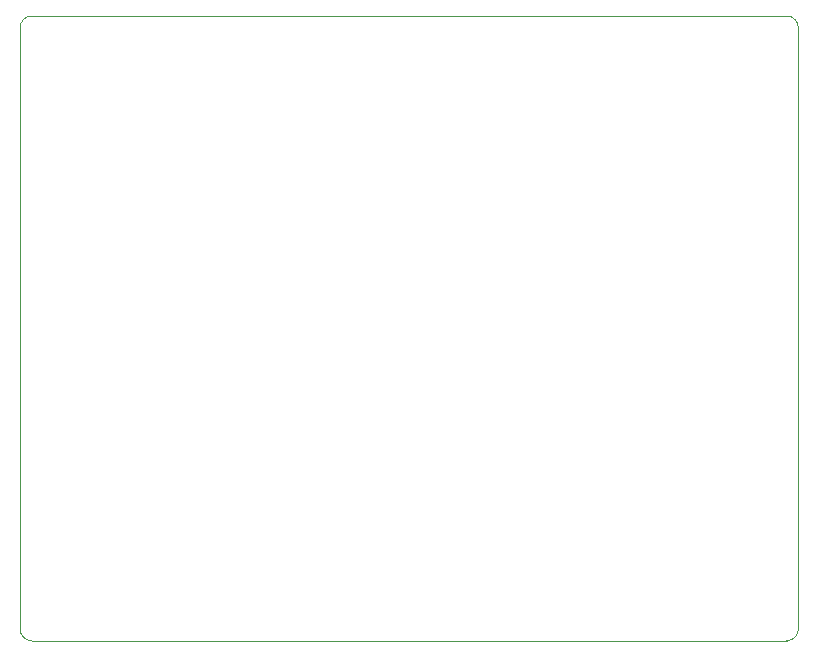
<source format=gbr>
%TF.GenerationSoftware,KiCad,Pcbnew,8.0.4*%
%TF.CreationDate,2024-09-10T17:58:54-04:00*%
%TF.ProjectId,EX-CSB1,45582d43-5342-4312-9e6b-696361645f70,rev?*%
%TF.SameCoordinates,Original*%
%TF.FileFunction,Profile,NP*%
%FSLAX46Y46*%
G04 Gerber Fmt 4.6, Leading zero omitted, Abs format (unit mm)*
G04 Created by KiCad (PCBNEW 8.0.4) date 2024-09-10 17:58:54*
%MOMM*%
%LPD*%
G01*
G04 APERTURE LIST*
%TA.AperFunction,Profile*%
%ADD10C,0.100000*%
%TD*%
G04 APERTURE END LIST*
D10*
X64900000Y52900000D02*
G75*
G02*
X65900000Y51900000I0J-1000000D01*
G01*
X1000000Y0D02*
G75*
G02*
X0Y1000000I0J1000000D01*
G01*
X65900000Y1000000D02*
G75*
G02*
X64900000Y0I-1000000J0D01*
G01*
X0Y51900000D02*
X0Y1000000D01*
X0Y51900000D02*
G75*
G02*
X1000000Y52900000I1000000J0D01*
G01*
X65900000Y1000000D02*
X65900000Y51900000D01*
X64900000Y52900000D02*
X1000000Y52900000D01*
X1000000Y0D02*
X64900000Y0D01*
M02*

</source>
